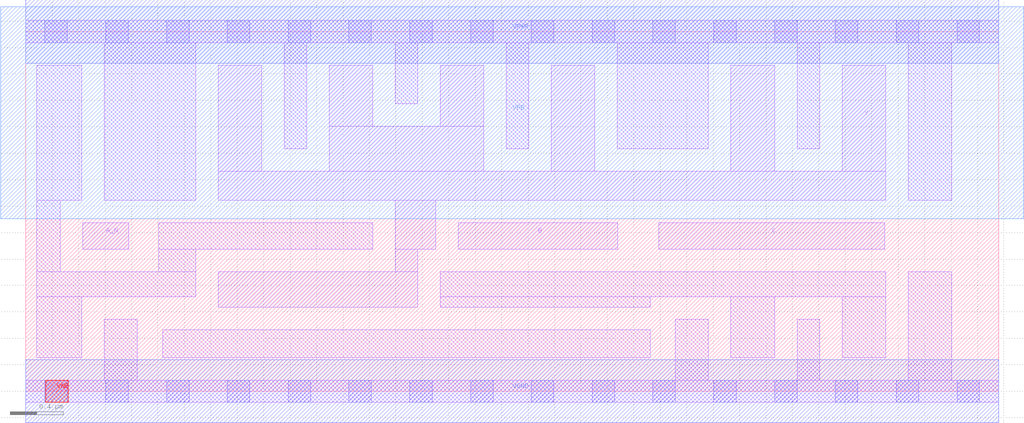
<source format=lef>
# Copyright 2020 The SkyWater PDK Authors
#
# Licensed under the Apache License, Version 2.0 (the "License");
# you may not use this file except in compliance with the License.
# You may obtain a copy of the License at
#
#     https://www.apache.org/licenses/LICENSE-2.0
#
# Unless required by applicable law or agreed to in writing, software
# distributed under the License is distributed on an "AS IS" BASIS,
# WITHOUT WARRANTIES OR CONDITIONS OF ANY KIND, either express or implied.
# See the License for the specific language governing permissions and
# limitations under the License.
#
# SPDX-License-Identifier: Apache-2.0

VERSION 5.7 ;
  NOWIREEXTENSIONATPIN ON ;
  DIVIDERCHAR "/" ;
  BUSBITCHARS "[]" ;
MACRO sky130_fd_sc_hd__nand3b_4
  CLASS CORE ;
  FOREIGN sky130_fd_sc_hd__nand3b_4 ;
  ORIGIN  0.000000  0.000000 ;
  SIZE  7.360000 BY  2.720000 ;
  SYMMETRY X Y R90 ;
  SITE unithd ;
  PIN A_N
    ANTENNAGATEAREA  0.247500 ;
    DIRECTION INPUT ;
    USE SIGNAL ;
    PORT
      LAYER li1 ;
        RECT 0.430000 1.075000 0.780000 1.275000 ;
    END
  END A_N
  PIN B
    ANTENNAGATEAREA  0.990000 ;
    DIRECTION INPUT ;
    USE SIGNAL ;
    PORT
      LAYER li1 ;
        RECT 3.270000 1.075000 4.480000 1.275000 ;
    END
  END B
  PIN C
    ANTENNAGATEAREA  0.990000 ;
    DIRECTION INPUT ;
    USE SIGNAL ;
    PORT
      LAYER li1 ;
        RECT 4.790000 1.075000 6.500000 1.275000 ;
    END
  END C
  PIN Y
    ANTENNADIFFAREA  1.971000 ;
    DIRECTION OUTPUT ;
    USE SIGNAL ;
    PORT
      LAYER li1 ;
        RECT 1.455000 0.635000 2.965000 0.905000 ;
        RECT 1.455000 1.445000 6.505000 1.665000 ;
        RECT 1.455000 1.665000 1.785000 2.465000 ;
        RECT 2.295000 1.665000 3.465000 2.005000 ;
        RECT 2.295000 2.005000 2.625000 2.465000 ;
        RECT 2.795000 0.905000 2.965000 1.075000 ;
        RECT 2.795000 1.075000 3.100000 1.445000 ;
        RECT 3.135000 2.005000 3.465000 2.465000 ;
        RECT 3.975000 1.665000 4.305000 2.465000 ;
        RECT 5.335000 1.665000 5.665000 2.465000 ;
        RECT 6.175000 1.665000 6.505000 2.465000 ;
    END
  END Y
  PIN VGND
    DIRECTION INOUT ;
    SHAPE ABUTMENT ;
    USE GROUND ;
    PORT
      LAYER met1 ;
        RECT 0.000000 -0.240000 7.360000 0.240000 ;
    END
  END VGND
  PIN VNB
    DIRECTION INOUT ;
    USE GROUND ;
    PORT
      LAYER pwell ;
        RECT 0.150000 -0.085000 0.320000 0.085000 ;
    END
  END VNB
  PIN VPB
    DIRECTION INOUT ;
    USE POWER ;
    PORT
      LAYER nwell ;
        RECT -0.190000 1.305000 7.550000 2.910000 ;
    END
  END VPB
  PIN VPWR
    DIRECTION INOUT ;
    SHAPE ABUTMENT ;
    USE POWER ;
    PORT
      LAYER met1 ;
        RECT 0.000000 2.480000 7.360000 2.960000 ;
    END
  END VPWR
  OBS
    LAYER li1 ;
      RECT 0.000000 -0.085000 7.360000 0.085000 ;
      RECT 0.000000  2.635000 7.360000 2.805000 ;
      RECT 0.085000  0.255000 0.425000 0.715000 ;
      RECT 0.085000  0.715000 1.285000 0.905000 ;
      RECT 0.085000  0.905000 0.260000 1.445000 ;
      RECT 0.085000  1.445000 0.425000 2.465000 ;
      RECT 0.595000  0.085000 0.845000 0.545000 ;
      RECT 0.595000  1.445000 1.285000 2.635000 ;
      RECT 1.005000  0.905000 1.285000 1.075000 ;
      RECT 1.005000  1.075000 2.625000 1.275000 ;
      RECT 1.035000  0.255000 4.725000 0.465000 ;
      RECT 1.955000  1.835000 2.125000 2.635000 ;
      RECT 2.795000  2.175000 2.965000 2.635000 ;
      RECT 3.135000  0.635000 4.725000 0.715000 ;
      RECT 3.135000  0.715000 6.505000 0.905000 ;
      RECT 3.635000  1.835000 3.805000 2.635000 ;
      RECT 4.475000  1.835000 5.165000 2.635000 ;
      RECT 4.915000  0.085000 5.165000 0.545000 ;
      RECT 5.335000  0.255000 5.665000 0.715000 ;
      RECT 5.835000  0.085000 6.005000 0.545000 ;
      RECT 5.835000  1.835000 6.005000 2.635000 ;
      RECT 6.175000  0.255000 6.505000 0.715000 ;
      RECT 6.675000  0.085000 7.005000 0.905000 ;
      RECT 6.675000  1.445000 7.005000 2.635000 ;
    LAYER mcon ;
      RECT 0.145000 -0.085000 0.315000 0.085000 ;
      RECT 0.145000  2.635000 0.315000 2.805000 ;
      RECT 0.605000 -0.085000 0.775000 0.085000 ;
      RECT 0.605000  2.635000 0.775000 2.805000 ;
      RECT 1.065000 -0.085000 1.235000 0.085000 ;
      RECT 1.065000  2.635000 1.235000 2.805000 ;
      RECT 1.525000 -0.085000 1.695000 0.085000 ;
      RECT 1.525000  2.635000 1.695000 2.805000 ;
      RECT 1.985000 -0.085000 2.155000 0.085000 ;
      RECT 1.985000  2.635000 2.155000 2.805000 ;
      RECT 2.445000 -0.085000 2.615000 0.085000 ;
      RECT 2.445000  2.635000 2.615000 2.805000 ;
      RECT 2.905000 -0.085000 3.075000 0.085000 ;
      RECT 2.905000  2.635000 3.075000 2.805000 ;
      RECT 3.365000 -0.085000 3.535000 0.085000 ;
      RECT 3.365000  2.635000 3.535000 2.805000 ;
      RECT 3.825000 -0.085000 3.995000 0.085000 ;
      RECT 3.825000  2.635000 3.995000 2.805000 ;
      RECT 4.285000 -0.085000 4.455000 0.085000 ;
      RECT 4.285000  2.635000 4.455000 2.805000 ;
      RECT 4.745000 -0.085000 4.915000 0.085000 ;
      RECT 4.745000  2.635000 4.915000 2.805000 ;
      RECT 5.205000 -0.085000 5.375000 0.085000 ;
      RECT 5.205000  2.635000 5.375000 2.805000 ;
      RECT 5.665000 -0.085000 5.835000 0.085000 ;
      RECT 5.665000  2.635000 5.835000 2.805000 ;
      RECT 6.125000 -0.085000 6.295000 0.085000 ;
      RECT 6.125000  2.635000 6.295000 2.805000 ;
      RECT 6.585000 -0.085000 6.755000 0.085000 ;
      RECT 6.585000  2.635000 6.755000 2.805000 ;
      RECT 7.045000 -0.085000 7.215000 0.085000 ;
      RECT 7.045000  2.635000 7.215000 2.805000 ;
  END
END sky130_fd_sc_hd__nand3b_4
END LIBRARY

</source>
